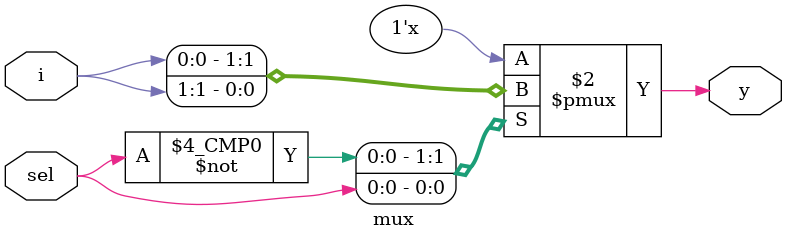
<source format=v>
module mux(
	input [1:0]i,
	input sel,
	output reg y
);

always@(*) begin
	case(sel)
		1'b0: y <= i[0];
		1'b1: y <= i[1];
	endcase
end

endmodule
		 		


</source>
